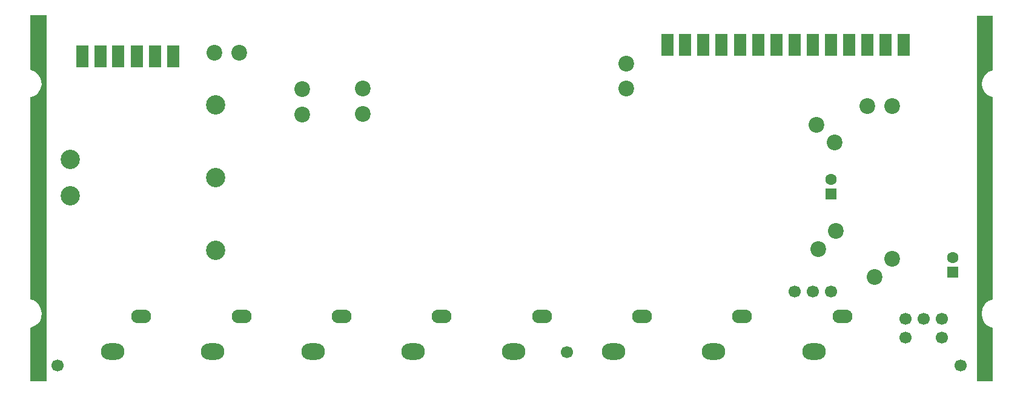
<source format=gbr>
G04 DipTrace 2.4.0.2*
%IN2_Layer_Bottom_Mask.gbr*%
%MOIN*%
%ADD63C,0.0669*%
%ADD65C,0.1063*%
%ADD90R,0.0669X0.122*%
%ADD92C,0.0669*%
%ADD99C,0.063*%
%ADD101R,0.063X0.063*%
%ADD109C,0.0866*%
%ADD111O,0.1102X0.0748*%
%ADD113O,0.1299X0.0906*%
%FSLAX44Y44*%
G04*
G70*
G90*
G75*
G01*
%LNBotMask*%
%LPD*%
D113*
X14173Y5787D3*
D111*
X15748Y7717D3*
X10236D3*
D113*
X8661Y5787D3*
X25197D3*
D111*
X26772Y7717D3*
X21260D3*
D113*
X19685Y5787D3*
X36220D3*
D111*
X37795Y7717D3*
X32283D3*
D113*
X30709Y5787D3*
X47244D3*
D111*
X48819Y7717D3*
X43307D3*
D113*
X41732Y5787D3*
D109*
X14252Y22205D3*
X15630D3*
X36929Y20236D3*
Y21614D3*
X22433Y20236D3*
Y18858D3*
X19087Y20197D3*
Y18819D3*
X50197Y19291D3*
X51575D3*
X47401Y18246D3*
X48393Y17289D3*
D101*
X48189Y14449D3*
D99*
Y15236D3*
D109*
X47502Y11417D3*
X48459Y12408D3*
X50591Y9882D3*
X51548Y10873D3*
D101*
X54882Y10157D3*
D99*
Y10945D3*
D92*
X46181Y9094D3*
X47181D3*
X48181D3*
X33661Y5748D3*
X5630Y5000D3*
X55315D3*
D90*
X52181Y22638D3*
X51181D3*
X50181D3*
X49181D3*
X48181D3*
X47181D3*
X46181D3*
X45181D3*
X44181D3*
X43197D3*
X42173D3*
X41150D3*
X40165D3*
X39181D3*
X11992Y22008D3*
X11008D3*
X9984D3*
X8961D3*
X7976D3*
X6992D3*
D65*
X14331Y19331D3*
Y15331D3*
Y11331D3*
X6331Y16331D3*
Y14331D3*
D63*
X52287Y7579D3*
X53287D3*
X54287D3*
X52287Y6547D3*
X54287D3*
G36*
X5020Y4134D2*
X4134D1*
Y7087D1*
X4331Y7165D1*
X4508Y7264D1*
X4646Y7421D1*
X4724Y7657D1*
X4744Y7874D1*
X4705Y8150D1*
X4606Y8346D1*
X4449Y8504D1*
X4291Y8602D1*
X4134Y8642D1*
Y19783D1*
X4291Y19823D1*
X4409Y19882D1*
X4547Y20020D1*
X4685Y20236D1*
X4744Y20492D1*
X4685Y20787D1*
X4567Y21004D1*
X4350Y21181D1*
X4134Y21280D1*
Y24272D1*
X5020D1*
Y4134D1*
G37*
G36*
X56220Y4154D2*
X57087D1*
Y7087D1*
X56929Y7146D1*
X56791Y7224D1*
X56634Y7382D1*
X56516Y7598D1*
X56476Y7854D1*
X56516Y8130D1*
X56614Y8327D1*
X56732Y8484D1*
X56890Y8583D1*
X57087Y8661D1*
Y19783D1*
X56890Y19843D1*
X56732Y19961D1*
X56634Y20079D1*
X56535Y20276D1*
X56496Y20492D1*
X56535Y20709D1*
X56614Y20925D1*
X56752Y21063D1*
X56890Y21181D1*
X57087Y21260D1*
Y24252D1*
X56220D1*
Y4154D1*
G37*
M02*

</source>
